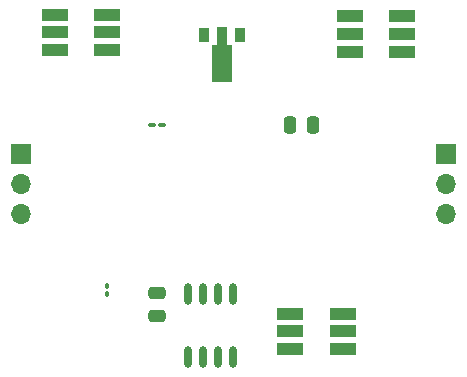
<source format=gts>
G04 #@! TF.GenerationSoftware,KiCad,Pcbnew,7.0.8*
G04 #@! TF.CreationDate,2023-12-04T03:04:35-07:00*
G04 #@! TF.ProjectId,Lit,4c69742e-6b69-4636-9164-5f7063625858,rev?*
G04 #@! TF.SameCoordinates,Original*
G04 #@! TF.FileFunction,Soldermask,Top*
G04 #@! TF.FilePolarity,Negative*
%FSLAX46Y46*%
G04 Gerber Fmt 4.6, Leading zero omitted, Abs format (unit mm)*
G04 Created by KiCad (PCBNEW 7.0.8) date 2023-12-04 03:04:35*
%MOMM*%
%LPD*%
G01*
G04 APERTURE LIST*
G04 Aperture macros list*
%AMRoundRect*
0 Rectangle with rounded corners*
0 $1 Rounding radius*
0 $2 $3 $4 $5 $6 $7 $8 $9 X,Y pos of 4 corners*
0 Add a 4 corners polygon primitive as box body*
4,1,4,$2,$3,$4,$5,$6,$7,$8,$9,$2,$3,0*
0 Add four circle primitives for the rounded corners*
1,1,$1+$1,$2,$3*
1,1,$1+$1,$4,$5*
1,1,$1+$1,$6,$7*
1,1,$1+$1,$8,$9*
0 Add four rect primitives between the rounded corners*
20,1,$1+$1,$2,$3,$4,$5,0*
20,1,$1+$1,$4,$5,$6,$7,0*
20,1,$1+$1,$6,$7,$8,$9,0*
20,1,$1+$1,$8,$9,$2,$3,0*%
%AMFreePoly0*
4,1,9,3.862500,-0.866500,0.737500,-0.866500,0.737500,-0.450000,-0.737500,-0.450000,-0.737500,0.450000,0.737500,0.450000,0.737500,0.866500,3.862500,0.866500,3.862500,-0.866500,3.862500,-0.866500,$1*%
G04 Aperture macros list end*
%ADD10R,0.900000X1.300000*%
%ADD11FreePoly0,270.000000*%
%ADD12R,2.260000X1.000000*%
%ADD13RoundRect,0.250000X-0.475000X0.250000X-0.475000X-0.250000X0.475000X-0.250000X0.475000X0.250000X0*%
%ADD14RoundRect,0.100000X-0.100000X0.130000X-0.100000X-0.130000X0.100000X-0.130000X0.100000X0.130000X0*%
%ADD15RoundRect,0.250000X0.250000X0.475000X-0.250000X0.475000X-0.250000X-0.475000X0.250000X-0.475000X0*%
%ADD16R,1.700000X1.700000*%
%ADD17O,1.700000X1.700000*%
%ADD18RoundRect,0.100000X-0.217500X-0.100000X0.217500X-0.100000X0.217500X0.100000X-0.217500X0.100000X0*%
%ADD19O,0.630000X1.860000*%
G04 APERTURE END LIST*
D10*
X135500000Y-81412500D03*
D11*
X137000000Y-81500000D03*
D10*
X138500000Y-81412500D03*
D12*
X127260000Y-82700000D03*
X127260000Y-81200000D03*
X127260000Y-79700000D03*
X122840000Y-79700000D03*
X122840000Y-81200000D03*
X122840000Y-82700000D03*
X147832500Y-82825000D03*
X147832500Y-81325000D03*
X147832500Y-79825000D03*
X152252500Y-79825000D03*
X152252500Y-81325000D03*
X152252500Y-82825000D03*
X142790000Y-105000000D03*
X142790000Y-106500000D03*
X142790000Y-108000000D03*
X147210000Y-108000000D03*
X147210000Y-106500000D03*
X147210000Y-105000000D03*
D13*
X131500000Y-103300000D03*
X131500000Y-105200000D03*
D14*
X127250000Y-102680000D03*
X127250000Y-103320000D03*
D15*
X144700000Y-89000000D03*
X142800000Y-89000000D03*
D16*
X156000000Y-91475000D03*
D17*
X156000000Y-94015000D03*
X156000000Y-96555000D03*
D18*
X131092500Y-89000000D03*
X131907500Y-89000000D03*
D19*
X134090000Y-108680000D03*
X135370000Y-108680000D03*
X136630000Y-108680000D03*
X137900000Y-108680000D03*
X137900000Y-103320000D03*
X136630000Y-103320000D03*
X135370000Y-103320000D03*
X134090000Y-103320000D03*
D16*
X120000000Y-91475000D03*
D17*
X120000000Y-94015000D03*
X120000000Y-96555000D03*
M02*

</source>
